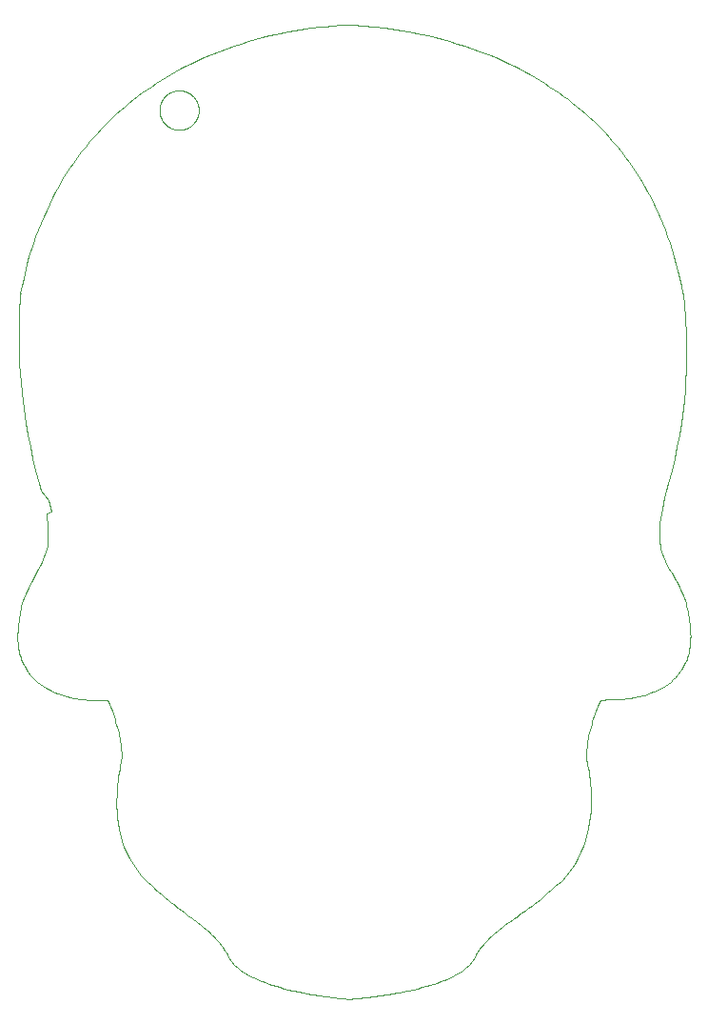
<source format=gbp>
G75*
%MOIN*%
%OFA0B0*%
%FSLAX25Y25*%
%IPPOS*%
%LPD*%
%AMOC8*
5,1,8,0,0,1.08239X$1,22.5*
%
%ADD10C,0.00394*%
%ADD11C,0.00000*%
D10*
X0044761Y0055133D02*
X0042859Y0059260D01*
X0042135Y0061350D01*
X0041053Y0065507D01*
X0040695Y0067573D01*
X0040476Y0069589D01*
X0040257Y0071604D01*
X0040176Y0073569D01*
X0040190Y0075445D01*
X0040204Y0077320D01*
X0040313Y0079106D01*
X0040472Y0080764D01*
X0040630Y0082423D01*
X0040840Y0083953D01*
X0041055Y0085316D01*
X0041271Y0086680D01*
X0041492Y0087877D01*
X0041676Y0088868D01*
X0041818Y0089637D01*
X0041888Y0090471D01*
X0041898Y0091351D01*
X0041907Y0092231D01*
X0041855Y0093157D01*
X0041754Y0094113D01*
X0041653Y0095068D01*
X0041503Y0096051D01*
X0041316Y0097046D01*
X0041128Y0098041D01*
X0040903Y0099046D01*
X0040652Y0100044D01*
X0040401Y0101043D01*
X0040124Y0102034D01*
X0039832Y0103000D01*
X0039541Y0103967D01*
X0039235Y0104908D01*
X0038927Y0105807D01*
X0038618Y0106705D01*
X0038307Y0107562D01*
X0038005Y0108357D01*
X0037703Y0109152D01*
X0037410Y0109887D01*
X0037137Y0110544D01*
X0037043Y0110539D01*
X0036947Y0110534D01*
X0036848Y0110530D01*
X0036749Y0110525D01*
X0036647Y0110521D01*
X0036544Y0110517D01*
X0036440Y0110513D01*
X0036334Y0110509D01*
X0036225Y0110505D01*
X0036117Y0110502D01*
X0036006Y0110498D01*
X0035893Y0110495D01*
X0035781Y0110492D01*
X0035666Y0110489D01*
X0035548Y0110487D01*
X0035431Y0110485D01*
X0035312Y0110483D01*
X0035191Y0110481D01*
X0035069Y0110479D01*
X0034946Y0110478D01*
X0034821Y0110477D01*
X0034695Y0110476D01*
X0034568Y0110476D01*
X0033686Y0110476D01*
X0032854Y0110492D01*
X0031961Y0110534D01*
X0031068Y0110576D01*
X0030115Y0110644D01*
X0029120Y0110748D01*
X0028125Y0110851D01*
X0027089Y0110990D01*
X0026029Y0111174D01*
X0024970Y0111357D01*
X0023887Y0111586D01*
X0022800Y0111869D01*
X0021713Y0112152D01*
X0020622Y0112490D01*
X0019545Y0112892D01*
X0018468Y0113294D01*
X0017406Y0113760D01*
X0015347Y0114839D01*
X0014351Y0115452D01*
X0013406Y0116149D01*
X0012462Y0116845D01*
X0011569Y0117625D01*
X0010747Y0118497D01*
X0010266Y0119009D01*
X0009817Y0119541D01*
X0009401Y0120094D01*
X0008985Y0120647D01*
X0008602Y0121220D01*
X0008252Y0121815D01*
X0007902Y0122409D01*
X0007585Y0123023D01*
X0007301Y0123658D01*
X0007017Y0124293D01*
X0006766Y0124948D01*
X0006549Y0125623D01*
X0006331Y0126298D01*
X0006146Y0126993D01*
X0005995Y0127708D01*
X0005844Y0128422D01*
X0005726Y0129156D01*
X0005557Y0130663D01*
X0005505Y0131436D01*
X0005488Y0132227D01*
X0005470Y0133019D01*
X0005486Y0133830D01*
X0005535Y0134659D01*
X0005613Y0135968D01*
X0005730Y0137195D01*
X0005878Y0138350D01*
X0006027Y0139505D01*
X0006209Y0140587D01*
X0006417Y0141607D01*
X0006626Y0142626D01*
X0006861Y0143582D01*
X0007119Y0144483D01*
X0007376Y0145385D01*
X0007656Y0146232D01*
X0008246Y0147835D01*
X0008558Y0148591D01*
X0008881Y0149311D01*
X0009203Y0150030D01*
X0009537Y0150714D01*
X0010214Y0152025D01*
X0010558Y0152652D01*
X0010902Y0153262D01*
X0011246Y0153871D01*
X0011590Y0154462D01*
X0011928Y0155043D01*
X0012398Y0155850D01*
X0012856Y0156637D01*
X0013286Y0157434D01*
X0013716Y0158230D01*
X0014119Y0159037D01*
X0014478Y0159885D01*
X0014838Y0160733D01*
X0015154Y0161623D01*
X0015413Y0162586D01*
X0015671Y0163548D01*
X0015871Y0164583D01*
X0016126Y0166862D01*
X0016179Y0168106D01*
X0016145Y0169484D01*
X0016110Y0170863D01*
X0015987Y0172378D01*
X0015760Y0174059D01*
X0015534Y0175740D01*
X0017203Y0176588D01*
X0016305Y0180681D01*
X0013737Y0183925D01*
X0013035Y0186399D01*
X0011796Y0190765D01*
X0010763Y0195073D01*
X0009904Y0199272D01*
X0009045Y0203471D01*
X0008360Y0207561D01*
X0007275Y0215420D01*
X0006875Y0218190D01*
X0006295Y0225306D01*
X0006115Y0228652D01*
X0006014Y0231736D01*
X0005913Y0234820D01*
X0005891Y0237641D01*
X0005915Y0240149D01*
X0005939Y0242656D01*
X0006010Y0244850D01*
X0006096Y0246679D01*
X0006182Y0248508D01*
X0006283Y0249971D01*
X0006367Y0251019D01*
X0006451Y0252066D01*
X0006518Y0252698D01*
X0006536Y0252862D01*
X0006535Y0252890D01*
X0006533Y0252919D01*
X0006532Y0252948D01*
X0006530Y0252976D01*
X0006528Y0253005D01*
X0006527Y0253034D01*
X0006525Y0253062D01*
X0006524Y0253091D01*
X0007017Y0255693D01*
X0007576Y0258249D01*
X0008824Y0263266D01*
X0009512Y0265727D01*
X0011020Y0270553D01*
X0011839Y0272918D01*
X0012723Y0275233D01*
X0013606Y0277549D01*
X0014555Y0279815D01*
X0015568Y0282032D01*
X0016582Y0284248D01*
X0017660Y0286414D01*
X0018803Y0288529D01*
X0019946Y0290644D01*
X0021154Y0292708D01*
X0023699Y0296732D01*
X0025036Y0298692D01*
X0026438Y0300599D01*
X0027839Y0302506D01*
X0029306Y0304359D01*
X0030836Y0306159D01*
X0032074Y0307614D01*
X0033350Y0309034D01*
X0034665Y0310419D01*
X0035979Y0311804D01*
X0037332Y0313154D01*
X0040115Y0315782D01*
X0041546Y0317060D01*
X0043014Y0318302D01*
X0044483Y0319544D01*
X0045990Y0320749D01*
X0049082Y0323087D01*
X0050667Y0324218D01*
X0052290Y0325313D01*
X0053914Y0326408D01*
X0055576Y0327465D01*
X0058977Y0329504D01*
X0060716Y0330485D01*
X0062495Y0331428D01*
X0064273Y0332372D01*
X0066090Y0333277D01*
X0067945Y0334143D01*
X0070648Y0335404D01*
X0073331Y0336539D01*
X0075973Y0337562D01*
X0078615Y0338585D01*
X0081215Y0339495D01*
X0083752Y0340304D01*
X0086290Y0341114D01*
X0088763Y0341823D01*
X0091151Y0342444D01*
X0093539Y0343065D01*
X0095841Y0343599D01*
X0100228Y0344514D01*
X0102314Y0344896D01*
X0104269Y0345215D01*
X0106224Y0345534D01*
X0108049Y0345790D01*
X0111393Y0346201D01*
X0112913Y0346356D01*
X0115601Y0346590D01*
X0116771Y0346668D01*
X0117743Y0346721D01*
X0117743Y0346809D01*
X0118212Y0346819D01*
X0118681Y0346830D01*
X0119150Y0346840D01*
X0119619Y0346850D01*
X0120088Y0346861D01*
X0120557Y0346871D01*
X0121026Y0346881D01*
X0121495Y0346892D01*
X0121764Y0346892D01*
X0122072Y0346882D01*
X0122379Y0346871D01*
X0122686Y0346861D01*
X0122993Y0346851D01*
X0123301Y0346841D01*
X0123608Y0346831D01*
X0123915Y0346821D01*
X0124222Y0346811D01*
X0124222Y0346726D01*
X0125194Y0346674D01*
X0126384Y0346597D01*
X0127764Y0346482D01*
X0129144Y0346367D01*
X0130715Y0346213D01*
X0134185Y0345806D01*
X0136084Y0345551D01*
X0138121Y0345233D01*
X0140159Y0344916D01*
X0142334Y0344535D01*
X0146907Y0343621D01*
X0149304Y0343088D01*
X0151787Y0342467D01*
X0154270Y0341846D01*
X0156838Y0341137D01*
X0159464Y0340326D01*
X0162090Y0339516D01*
X0164774Y0338604D01*
X0167491Y0337579D01*
X0170208Y0336554D01*
X0172956Y0335415D01*
X0175710Y0334151D01*
X0177595Y0333285D01*
X0179447Y0332381D01*
X0181266Y0331438D01*
X0183084Y0330496D01*
X0184869Y0329515D01*
X0186618Y0328496D01*
X0188368Y0327477D01*
X0190081Y0326420D01*
X0191757Y0325326D01*
X0193433Y0324231D01*
X0195071Y0323100D01*
X0196670Y0321931D01*
X0198269Y0320763D01*
X0199829Y0319558D01*
X0202866Y0317075D01*
X0204343Y0315797D01*
X0205777Y0314483D01*
X0207211Y0313169D01*
X0208601Y0311819D01*
X0209947Y0310434D01*
X0211293Y0309049D01*
X0212593Y0307629D01*
X0213847Y0306174D01*
X0215398Y0304374D01*
X0216885Y0302520D01*
X0218307Y0300613D01*
X0219729Y0298706D01*
X0221086Y0296746D01*
X0222378Y0294734D01*
X0223670Y0292722D01*
X0224896Y0290658D01*
X0226058Y0288542D01*
X0227219Y0286426D01*
X0228314Y0284260D01*
X0230373Y0279826D01*
X0231337Y0277559D01*
X0232233Y0275242D01*
X0233130Y0272926D01*
X0233961Y0270560D01*
X0234724Y0268146D01*
X0235487Y0265732D01*
X0236184Y0263270D01*
X0236813Y0260760D01*
X0237442Y0258251D01*
X0238003Y0255694D01*
X0238497Y0253091D01*
X0238502Y0253065D01*
X0238504Y0253052D01*
X0238506Y0253038D01*
X0238508Y0253025D01*
X0238511Y0253012D01*
X0238513Y0252999D01*
X0238515Y0252986D01*
X0238540Y0252821D01*
X0238634Y0252189D01*
X0238760Y0251139D01*
X0238886Y0250090D01*
X0239044Y0248623D01*
X0239349Y0244959D01*
X0239497Y0242761D01*
X0239602Y0240249D01*
X0239708Y0237737D01*
X0239771Y0234910D01*
X0239739Y0228731D01*
X0239644Y0225378D01*
X0239433Y0222813D01*
X0239222Y0219249D01*
X0238895Y0215473D01*
X0237934Y0207599D01*
X0237300Y0203501D01*
X0236477Y0199295D01*
X0235653Y0195088D01*
X0234639Y0190772D01*
X0233398Y0186399D01*
X0232697Y0183930D01*
X0232131Y0181691D01*
X0231685Y0179649D01*
X0231239Y0177607D01*
X0230912Y0175762D01*
X0230690Y0174084D01*
X0230467Y0172406D01*
X0230349Y0170895D01*
X0230290Y0168141D01*
X0230349Y0166900D01*
X0230483Y0165762D01*
X0230616Y0164624D01*
X0230823Y0163590D01*
X0231088Y0162629D01*
X0231353Y0161667D01*
X0231677Y0160779D01*
X0232410Y0159083D01*
X0232820Y0158277D01*
X0233695Y0156685D01*
X0234161Y0155899D01*
X0234639Y0155091D01*
X0234983Y0154510D01*
X0235334Y0153918D01*
X0235684Y0153308D01*
X0236034Y0152697D01*
X0236385Y0152068D01*
X0236730Y0151412D01*
X0237075Y0150755D01*
X0237415Y0150071D01*
X0237744Y0149350D01*
X0238072Y0148629D01*
X0238390Y0147871D01*
X0238691Y0147068D01*
X0238992Y0146264D01*
X0239276Y0145415D01*
X0239538Y0144511D01*
X0239800Y0143608D01*
X0240040Y0142649D01*
X0240252Y0141627D01*
X0240464Y0140605D01*
X0240648Y0139520D01*
X0240799Y0138361D01*
X0240950Y0137203D01*
X0241067Y0135472D01*
X0241195Y0133830D01*
X0241211Y0133021D01*
X0241193Y0132232D01*
X0241176Y0131444D01*
X0241125Y0130676D01*
X0240956Y0129181D01*
X0240838Y0128453D01*
X0240687Y0127746D01*
X0240536Y0127039D01*
X0240351Y0126352D01*
X0240134Y0125684D01*
X0239916Y0125017D01*
X0239665Y0124370D01*
X0239382Y0123742D01*
X0239098Y0123115D01*
X0238781Y0122507D01*
X0238431Y0121918D01*
X0238081Y0121330D01*
X0237698Y0120761D01*
X0236866Y0119662D01*
X0236417Y0119131D01*
X0235936Y0118620D01*
X0235114Y0117748D01*
X0234222Y0116971D01*
X0233278Y0116278D01*
X0232334Y0115585D01*
X0231338Y0114977D01*
X0230309Y0114443D01*
X0229280Y0113909D01*
X0228218Y0113450D01*
X0227142Y0113056D01*
X0226065Y0112661D01*
X0224974Y0112332D01*
X0222801Y0111781D01*
X0221719Y0111560D01*
X0219601Y0111207D01*
X0218565Y0111075D01*
X0217570Y0110978D01*
X0216575Y0110880D01*
X0215623Y0110817D01*
X0214730Y0110778D01*
X0213838Y0110740D01*
X0213006Y0110725D01*
X0212121Y0110725D01*
X0211994Y0110724D01*
X0211868Y0110721D01*
X0211743Y0110719D01*
X0211619Y0110715D01*
X0211376Y0110707D01*
X0211257Y0110702D01*
X0211139Y0110697D01*
X0211022Y0110692D01*
X0210907Y0110687D01*
X0210794Y0110683D01*
X0210681Y0110678D01*
X0210570Y0110673D01*
X0210461Y0110670D01*
X0210353Y0110666D01*
X0210246Y0110663D01*
X0210142Y0110661D01*
X0210038Y0110659D01*
X0209937Y0110659D01*
X0209838Y0110660D01*
X0209739Y0110661D01*
X0209642Y0110664D01*
X0209548Y0110669D01*
X0209273Y0110013D01*
X0208978Y0109277D01*
X0208674Y0108478D01*
X0208369Y0107680D01*
X0208056Y0106820D01*
X0207745Y0105916D01*
X0207434Y0105012D01*
X0207126Y0104064D01*
X0206832Y0103091D01*
X0206538Y0102118D01*
X0206258Y0101120D01*
X0205751Y0099108D01*
X0205524Y0098096D01*
X0205334Y0097094D01*
X0205144Y0096093D01*
X0204992Y0095103D01*
X0204890Y0094142D01*
X0204787Y0093182D01*
X0204735Y0092251D01*
X0204743Y0091367D01*
X0204751Y0090484D01*
X0204821Y0089649D01*
X0204963Y0088880D01*
X0205128Y0087987D01*
X0205336Y0086867D01*
X0205540Y0085562D01*
X0205744Y0084256D01*
X0205946Y0082765D01*
X0206099Y0081131D01*
X0206252Y0079497D01*
X0206356Y0077719D01*
X0206367Y0075842D01*
X0206378Y0073964D01*
X0206296Y0071986D01*
X0206074Y0069950D01*
X0205853Y0067914D01*
X0205492Y0065819D01*
X0204403Y0061600D01*
X0203674Y0059474D01*
X0202716Y0057376D01*
X0201758Y0055278D01*
X0200571Y0053206D01*
X0197646Y0049202D01*
X0195909Y0047269D01*
X0193852Y0045448D01*
X0193157Y0044833D01*
X0192477Y0044243D01*
X0191142Y0043107D01*
X0190487Y0042562D01*
X0189846Y0042037D01*
X0189204Y0041512D01*
X0188575Y0041007D01*
X0187341Y0040032D01*
X0186736Y0039563D01*
X0185548Y0038655D01*
X0184966Y0038216D01*
X0184394Y0037791D01*
X0183822Y0037366D01*
X0183261Y0036954D01*
X0182158Y0036151D01*
X0181616Y0035761D01*
X0181084Y0035379D01*
X0180552Y0034997D01*
X0180029Y0034623D01*
X0179514Y0034256D01*
X0178709Y0033680D01*
X0177937Y0033129D01*
X0177198Y0032594D01*
X0176458Y0032059D01*
X0175750Y0031539D01*
X0175073Y0031026D01*
X0174395Y0030514D01*
X0173748Y0030008D01*
X0172508Y0028993D01*
X0171915Y0028484D01*
X0171349Y0027964D01*
X0170782Y0027445D01*
X0170241Y0026915D01*
X0169724Y0026366D01*
X0169206Y0025817D01*
X0168712Y0025249D01*
X0168240Y0024652D01*
X0167767Y0024056D01*
X0167316Y0023433D01*
X0166452Y0022112D01*
X0166039Y0021415D01*
X0165643Y0020673D01*
X0165306Y0020041D01*
X0164893Y0019428D01*
X0164402Y0018833D01*
X0163912Y0018239D01*
X0163345Y0017664D01*
X0162701Y0017107D01*
X0162056Y0016550D01*
X0161333Y0016011D01*
X0159731Y0014970D01*
X0158852Y0014467D01*
X0157893Y0013982D01*
X0156934Y0013497D01*
X0155895Y0013029D01*
X0154777Y0012578D01*
X0153658Y0012128D01*
X0152459Y0011695D01*
X0149899Y0010861D01*
X0148538Y0010461D01*
X0147095Y0010077D01*
X0145652Y0009693D01*
X0144127Y0009326D01*
X0142519Y0008974D01*
X0141639Y0008782D01*
X0140762Y0008601D01*
X0139025Y0008259D01*
X0138165Y0008099D01*
X0137319Y0007948D01*
X0136473Y0007798D01*
X0135641Y0007658D01*
X0134829Y0007527D01*
X0134017Y0007397D01*
X0133225Y0007276D01*
X0131691Y0007052D01*
X0130949Y0006949D01*
X0130238Y0006854D01*
X0129527Y0006759D01*
X0128847Y0006673D01*
X0127560Y0006517D01*
X0126954Y0006447D01*
X0126389Y0006385D01*
X0125824Y0006322D01*
X0125301Y0006267D01*
X0124826Y0006220D01*
X0124033Y0006149D01*
X0123637Y0006113D01*
X0123241Y0006078D01*
X0122053Y0005972D01*
X0121657Y0005937D01*
X0120864Y0006012D01*
X0120467Y0006050D01*
X0119673Y0006126D01*
X0119277Y0006164D01*
X0118483Y0006239D01*
X0117999Y0006290D01*
X0117477Y0006347D01*
X0116923Y0006412D01*
X0116368Y0006476D01*
X0115780Y0006548D01*
X0115163Y0006627D01*
X0114546Y0006706D01*
X0113900Y0006793D01*
X0113229Y0006888D01*
X0112558Y0006983D01*
X0111862Y0007087D01*
X0111145Y0007198D01*
X0110428Y0007310D01*
X0109690Y0007430D01*
X0108180Y0007689D01*
X0107408Y0007827D01*
X0106623Y0007975D01*
X0105838Y0008123D01*
X0105040Y0008281D01*
X0104233Y0008448D01*
X0103426Y0008615D01*
X0102610Y0008793D01*
X0101789Y0008981D01*
X0100247Y0009333D01*
X0098783Y0009702D01*
X0097397Y0010086D01*
X0096012Y0010471D01*
X0094704Y0010872D01*
X0093473Y0011289D01*
X0092242Y0011706D01*
X0091088Y0012139D01*
X0090010Y0012590D01*
X0088932Y0013041D01*
X0087931Y0013508D01*
X0087005Y0013993D01*
X0086078Y0014478D01*
X0085227Y0014980D01*
X0084451Y0015500D01*
X0083675Y0016020D01*
X0082973Y0016558D01*
X0082345Y0017114D01*
X0081717Y0017670D01*
X0081163Y0018244D01*
X0080682Y0018837D01*
X0080200Y0019429D01*
X0079792Y0020041D01*
X0079456Y0020671D01*
X0079036Y0021459D01*
X0078606Y0022195D01*
X0078163Y0022890D01*
X0077720Y0023585D01*
X0077263Y0024239D01*
X0076788Y0024863D01*
X0076314Y0025487D01*
X0075822Y0026080D01*
X0075308Y0026652D01*
X0074795Y0027225D01*
X0074260Y0027777D01*
X0073700Y0028319D01*
X0073140Y0028861D01*
X0072554Y0029393D01*
X0071940Y0029925D01*
X0071325Y0030458D01*
X0070681Y0030990D01*
X0069327Y0032076D01*
X0068617Y0032629D01*
X0067870Y0033203D01*
X0067123Y0033777D01*
X0066339Y0034372D01*
X0065514Y0034998D01*
X0065055Y0035346D01*
X0064589Y0035700D01*
X0064114Y0036061D01*
X0063639Y0036423D01*
X0063156Y0036792D01*
X0062663Y0037170D01*
X0062171Y0037549D01*
X0061669Y0037938D01*
X0061156Y0038338D01*
X0060644Y0038738D01*
X0060121Y0039149D01*
X0059054Y0039999D01*
X0058509Y0040438D01*
X0057953Y0040891D01*
X0057396Y0041345D01*
X0056827Y0041814D01*
X0056246Y0042301D01*
X0055664Y0042787D01*
X0055070Y0043291D01*
X0054462Y0043814D01*
X0053854Y0044337D01*
X0053232Y0044879D01*
X0052596Y0045442D01*
X0050559Y0047245D01*
X0048839Y0049152D01*
X0047389Y0051124D01*
X0045940Y0053095D01*
X0044761Y0055133D01*
D11*
X0055210Y0317000D02*
X0055212Y0317169D01*
X0055218Y0317338D01*
X0055229Y0317507D01*
X0055243Y0317675D01*
X0055262Y0317843D01*
X0055285Y0318011D01*
X0055311Y0318178D01*
X0055342Y0318344D01*
X0055377Y0318510D01*
X0055416Y0318674D01*
X0055460Y0318838D01*
X0055507Y0319000D01*
X0055558Y0319161D01*
X0055613Y0319321D01*
X0055672Y0319480D01*
X0055734Y0319637D01*
X0055801Y0319792D01*
X0055872Y0319946D01*
X0055946Y0320098D01*
X0056024Y0320248D01*
X0056105Y0320396D01*
X0056190Y0320542D01*
X0056279Y0320686D01*
X0056371Y0320828D01*
X0056467Y0320967D01*
X0056566Y0321104D01*
X0056668Y0321239D01*
X0056774Y0321371D01*
X0056883Y0321500D01*
X0056995Y0321627D01*
X0057110Y0321751D01*
X0057228Y0321872D01*
X0057349Y0321990D01*
X0057473Y0322105D01*
X0057600Y0322217D01*
X0057729Y0322326D01*
X0057861Y0322432D01*
X0057996Y0322534D01*
X0058133Y0322633D01*
X0058272Y0322729D01*
X0058414Y0322821D01*
X0058558Y0322910D01*
X0058704Y0322995D01*
X0058852Y0323076D01*
X0059002Y0323154D01*
X0059154Y0323228D01*
X0059308Y0323299D01*
X0059463Y0323366D01*
X0059620Y0323428D01*
X0059779Y0323487D01*
X0059939Y0323542D01*
X0060100Y0323593D01*
X0060262Y0323640D01*
X0060426Y0323684D01*
X0060590Y0323723D01*
X0060756Y0323758D01*
X0060922Y0323789D01*
X0061089Y0323815D01*
X0061257Y0323838D01*
X0061425Y0323857D01*
X0061593Y0323871D01*
X0061762Y0323882D01*
X0061931Y0323888D01*
X0062100Y0323890D01*
X0062269Y0323888D01*
X0062438Y0323882D01*
X0062607Y0323871D01*
X0062775Y0323857D01*
X0062943Y0323838D01*
X0063111Y0323815D01*
X0063278Y0323789D01*
X0063444Y0323758D01*
X0063610Y0323723D01*
X0063774Y0323684D01*
X0063938Y0323640D01*
X0064100Y0323593D01*
X0064261Y0323542D01*
X0064421Y0323487D01*
X0064580Y0323428D01*
X0064737Y0323366D01*
X0064892Y0323299D01*
X0065046Y0323228D01*
X0065198Y0323154D01*
X0065348Y0323076D01*
X0065496Y0322995D01*
X0065642Y0322910D01*
X0065786Y0322821D01*
X0065928Y0322729D01*
X0066067Y0322633D01*
X0066204Y0322534D01*
X0066339Y0322432D01*
X0066471Y0322326D01*
X0066600Y0322217D01*
X0066727Y0322105D01*
X0066851Y0321990D01*
X0066972Y0321872D01*
X0067090Y0321751D01*
X0067205Y0321627D01*
X0067317Y0321500D01*
X0067426Y0321371D01*
X0067532Y0321239D01*
X0067634Y0321104D01*
X0067733Y0320967D01*
X0067829Y0320828D01*
X0067921Y0320686D01*
X0068010Y0320542D01*
X0068095Y0320396D01*
X0068176Y0320248D01*
X0068254Y0320098D01*
X0068328Y0319946D01*
X0068399Y0319792D01*
X0068466Y0319637D01*
X0068528Y0319480D01*
X0068587Y0319321D01*
X0068642Y0319161D01*
X0068693Y0319000D01*
X0068740Y0318838D01*
X0068784Y0318674D01*
X0068823Y0318510D01*
X0068858Y0318344D01*
X0068889Y0318178D01*
X0068915Y0318011D01*
X0068938Y0317843D01*
X0068957Y0317675D01*
X0068971Y0317507D01*
X0068982Y0317338D01*
X0068988Y0317169D01*
X0068990Y0317000D01*
X0068988Y0316831D01*
X0068982Y0316662D01*
X0068971Y0316493D01*
X0068957Y0316325D01*
X0068938Y0316157D01*
X0068915Y0315989D01*
X0068889Y0315822D01*
X0068858Y0315656D01*
X0068823Y0315490D01*
X0068784Y0315326D01*
X0068740Y0315162D01*
X0068693Y0315000D01*
X0068642Y0314839D01*
X0068587Y0314679D01*
X0068528Y0314520D01*
X0068466Y0314363D01*
X0068399Y0314208D01*
X0068328Y0314054D01*
X0068254Y0313902D01*
X0068176Y0313752D01*
X0068095Y0313604D01*
X0068010Y0313458D01*
X0067921Y0313314D01*
X0067829Y0313172D01*
X0067733Y0313033D01*
X0067634Y0312896D01*
X0067532Y0312761D01*
X0067426Y0312629D01*
X0067317Y0312500D01*
X0067205Y0312373D01*
X0067090Y0312249D01*
X0066972Y0312128D01*
X0066851Y0312010D01*
X0066727Y0311895D01*
X0066600Y0311783D01*
X0066471Y0311674D01*
X0066339Y0311568D01*
X0066204Y0311466D01*
X0066067Y0311367D01*
X0065928Y0311271D01*
X0065786Y0311179D01*
X0065642Y0311090D01*
X0065496Y0311005D01*
X0065348Y0310924D01*
X0065198Y0310846D01*
X0065046Y0310772D01*
X0064892Y0310701D01*
X0064737Y0310634D01*
X0064580Y0310572D01*
X0064421Y0310513D01*
X0064261Y0310458D01*
X0064100Y0310407D01*
X0063938Y0310360D01*
X0063774Y0310316D01*
X0063610Y0310277D01*
X0063444Y0310242D01*
X0063278Y0310211D01*
X0063111Y0310185D01*
X0062943Y0310162D01*
X0062775Y0310143D01*
X0062607Y0310129D01*
X0062438Y0310118D01*
X0062269Y0310112D01*
X0062100Y0310110D01*
X0061931Y0310112D01*
X0061762Y0310118D01*
X0061593Y0310129D01*
X0061425Y0310143D01*
X0061257Y0310162D01*
X0061089Y0310185D01*
X0060922Y0310211D01*
X0060756Y0310242D01*
X0060590Y0310277D01*
X0060426Y0310316D01*
X0060262Y0310360D01*
X0060100Y0310407D01*
X0059939Y0310458D01*
X0059779Y0310513D01*
X0059620Y0310572D01*
X0059463Y0310634D01*
X0059308Y0310701D01*
X0059154Y0310772D01*
X0059002Y0310846D01*
X0058852Y0310924D01*
X0058704Y0311005D01*
X0058558Y0311090D01*
X0058414Y0311179D01*
X0058272Y0311271D01*
X0058133Y0311367D01*
X0057996Y0311466D01*
X0057861Y0311568D01*
X0057729Y0311674D01*
X0057600Y0311783D01*
X0057473Y0311895D01*
X0057349Y0312010D01*
X0057228Y0312128D01*
X0057110Y0312249D01*
X0056995Y0312373D01*
X0056883Y0312500D01*
X0056774Y0312629D01*
X0056668Y0312761D01*
X0056566Y0312896D01*
X0056467Y0313033D01*
X0056371Y0313172D01*
X0056279Y0313314D01*
X0056190Y0313458D01*
X0056105Y0313604D01*
X0056024Y0313752D01*
X0055946Y0313902D01*
X0055872Y0314054D01*
X0055801Y0314208D01*
X0055734Y0314363D01*
X0055672Y0314520D01*
X0055613Y0314679D01*
X0055558Y0314839D01*
X0055507Y0315000D01*
X0055460Y0315162D01*
X0055416Y0315326D01*
X0055377Y0315490D01*
X0055342Y0315656D01*
X0055311Y0315822D01*
X0055285Y0315989D01*
X0055262Y0316157D01*
X0055243Y0316325D01*
X0055229Y0316493D01*
X0055218Y0316662D01*
X0055212Y0316831D01*
X0055210Y0317000D01*
M02*

</source>
